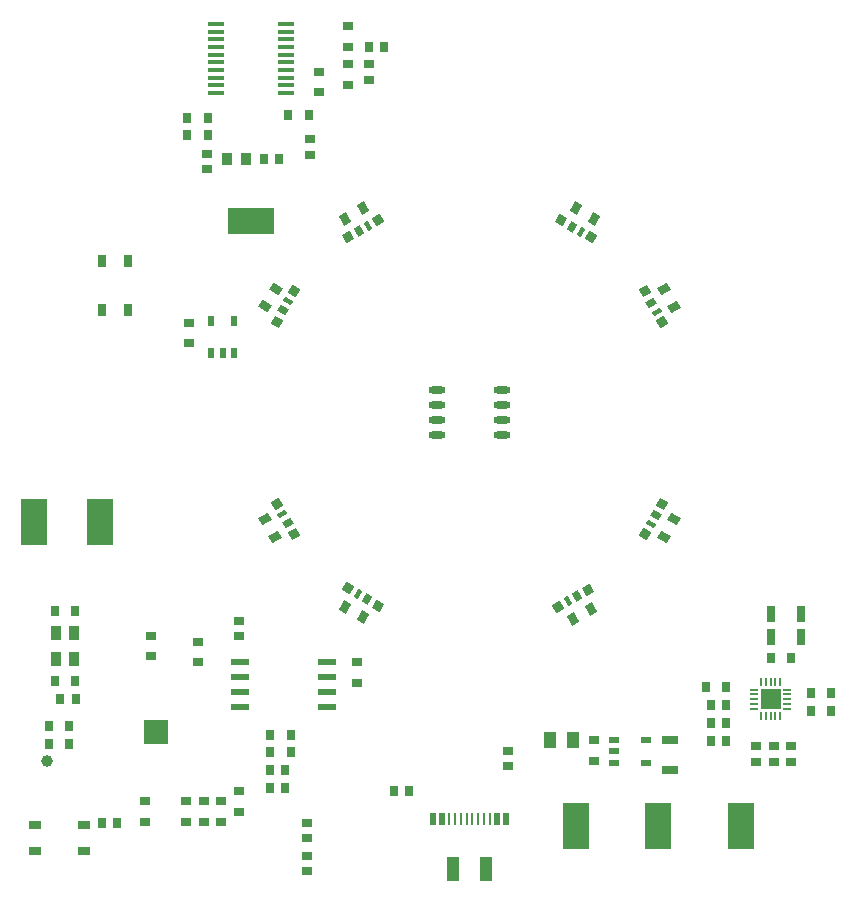
<source format=gtp>
G04*
G04 #@! TF.GenerationSoftware,Altium Limited,Altium Designer,23.2.1 (34)*
G04*
G04 Layer_Color=8421504*
%FSLAX25Y25*%
%MOIN*%
G70*
G04*
G04 #@! TF.SameCoordinates,70F68BD7-EFF2-48EA-8D55-AD0B0ECCAA1F*
G04*
G04*
G04 #@! TF.FilePolarity,Positive*
G04*
G01*
G75*
%ADD18R,0.04134X0.02559*%
%ADD19R,0.03937X0.07874*%
%ADD20R,0.01063X0.03937*%
%ADD21R,0.02047X0.03937*%
G04:AMPARAMS|DCode=22|XSize=29.53mil|YSize=31.5mil|CornerRadius=0mil|HoleSize=0mil|Usage=FLASHONLY|Rotation=120.000|XOffset=0mil|YOffset=0mil|HoleType=Round|Shape=Rectangle|*
%AMROTATEDRECTD22*
4,1,4,0.02102,-0.00491,-0.00626,-0.02066,-0.02102,0.00491,0.00626,0.02066,0.02102,-0.00491,0.0*
%
%ADD22ROTATEDRECTD22*%

G04:AMPARAMS|DCode=23|XSize=23.62mil|YSize=31.5mil|CornerRadius=0mil|HoleSize=0mil|Usage=FLASHONLY|Rotation=120.000|XOffset=0mil|YOffset=0mil|HoleType=Round|Shape=Rectangle|*
%AMROTATEDRECTD23*
4,1,4,0.01954,-0.00236,-0.00773,-0.01810,-0.01954,0.00236,0.00773,0.01810,0.01954,-0.00236,0.0*
%
%ADD23ROTATEDRECTD23*%

G04:AMPARAMS|DCode=24|XSize=15.75mil|YSize=31.5mil|CornerRadius=0mil|HoleSize=0mil|Usage=FLASHONLY|Rotation=120.000|XOffset=0mil|YOffset=0mil|HoleType=Round|Shape=Rectangle|*
%AMROTATEDRECTD24*
4,1,4,0.01758,0.00105,-0.00970,-0.01469,-0.01758,-0.00105,0.00970,0.01469,0.01758,0.00105,0.0*
%
%ADD24ROTATEDRECTD24*%

%ADD25P,0.04454X4X165.0*%
G04:AMPARAMS|DCode=26|XSize=37.4mil|YSize=27.56mil|CornerRadius=0mil|HoleSize=0mil|Usage=FLASHONLY|Rotation=210.000|XOffset=0mil|YOffset=0mil|HoleType=Round|Shape=Rectangle|*
%AMROTATEDRECTD26*
4,1,4,0.00931,0.02128,0.02309,-0.00258,-0.00931,-0.02128,-0.02309,0.00258,0.00931,0.02128,0.0*
%
%ADD26ROTATEDRECTD26*%

%ADD27R,0.08858X0.15748*%
%ADD28R,0.03150X0.03347*%
%ADD29R,0.03347X0.03150*%
%ADD30R,0.05956X0.02097*%
%ADD31R,0.02559X0.04134*%
%ADD32R,0.03740X0.02756*%
%ADD33C,0.03937*%
%ADD34R,0.02756X0.03740*%
%ADD35R,0.07874X0.07874*%
%ADD36R,0.03130X0.00472*%
%ADD37R,0.00472X0.03130*%
%ADD38R,0.03740X0.04724*%
%ADD39R,0.02953X0.05709*%
%ADD40O,0.05709X0.02362*%
G04:AMPARAMS|DCode=41|XSize=37.4mil|YSize=27.56mil|CornerRadius=0mil|HoleSize=0mil|Usage=FLASHONLY|Rotation=147.875|XOffset=0mil|YOffset=0mil|HoleType=Round|Shape=Rectangle|*
%AMROTATEDRECTD41*
4,1,4,0.02317,0.00173,0.00851,-0.02161,-0.02317,-0.00173,-0.00851,0.02161,0.02317,0.00173,0.0*
%
%ADD41ROTATEDRECTD41*%

%ADD42P,0.04454X4X105.0*%
G04:AMPARAMS|DCode=43|XSize=15.75mil|YSize=31.5mil|CornerRadius=0mil|HoleSize=0mil|Usage=FLASHONLY|Rotation=60.000|XOffset=0mil|YOffset=0mil|HoleType=Round|Shape=Rectangle|*
%AMROTATEDRECTD43*
4,1,4,0.00970,-0.01469,-0.01758,0.00105,-0.00970,0.01469,0.01758,-0.00105,0.00970,-0.01469,0.0*
%
%ADD43ROTATEDRECTD43*%

G04:AMPARAMS|DCode=44|XSize=23.62mil|YSize=31.5mil|CornerRadius=0mil|HoleSize=0mil|Usage=FLASHONLY|Rotation=60.000|XOffset=0mil|YOffset=0mil|HoleType=Round|Shape=Rectangle|*
%AMROTATEDRECTD44*
4,1,4,0.00773,-0.01810,-0.01954,-0.00236,-0.00773,0.01810,0.01954,0.00236,0.00773,-0.01810,0.0*
%
%ADD44ROTATEDRECTD44*%

G04:AMPARAMS|DCode=45|XSize=29.53mil|YSize=31.5mil|CornerRadius=0mil|HoleSize=0mil|Usage=FLASHONLY|Rotation=60.000|XOffset=0mil|YOffset=0mil|HoleType=Round|Shape=Rectangle|*
%AMROTATEDRECTD45*
4,1,4,0.00626,-0.02066,-0.02102,-0.00491,-0.00626,0.02066,0.02102,0.00491,0.00626,-0.02066,0.0*
%
%ADD45ROTATEDRECTD45*%

%ADD46R,0.02362X0.03543*%
%ADD47P,0.04454X4X195.0*%
G04:AMPARAMS|DCode=48|XSize=15.75mil|YSize=31.5mil|CornerRadius=0mil|HoleSize=0mil|Usage=FLASHONLY|Rotation=150.000|XOffset=0mil|YOffset=0mil|HoleType=Round|Shape=Rectangle|*
%AMROTATEDRECTD48*
4,1,4,0.01469,0.00970,-0.00105,-0.01758,-0.01469,-0.00970,0.00105,0.01758,0.01469,0.00970,0.0*
%
%ADD48ROTATEDRECTD48*%

G04:AMPARAMS|DCode=49|XSize=23.62mil|YSize=31.5mil|CornerRadius=0mil|HoleSize=0mil|Usage=FLASHONLY|Rotation=150.000|XOffset=0mil|YOffset=0mil|HoleType=Round|Shape=Rectangle|*
%AMROTATEDRECTD49*
4,1,4,0.01810,0.00773,0.00236,-0.01954,-0.01810,-0.00773,-0.00236,0.01954,0.01810,0.00773,0.0*
%
%ADD49ROTATEDRECTD49*%

G04:AMPARAMS|DCode=50|XSize=29.53mil|YSize=31.5mil|CornerRadius=0mil|HoleSize=0mil|Usage=FLASHONLY|Rotation=150.000|XOffset=0mil|YOffset=0mil|HoleType=Round|Shape=Rectangle|*
%AMROTATEDRECTD50*
4,1,4,0.02066,0.00626,0.00491,-0.02102,-0.02066,-0.00626,-0.00491,0.02102,0.02066,0.00626,0.0*
%
%ADD50ROTATEDRECTD50*%

%ADD51P,0.04454X4X255.0*%
G04:AMPARAMS|DCode=52|XSize=15.75mil|YSize=31.5mil|CornerRadius=0mil|HoleSize=0mil|Usage=FLASHONLY|Rotation=210.000|XOffset=0mil|YOffset=0mil|HoleType=Round|Shape=Rectangle|*
%AMROTATEDRECTD52*
4,1,4,-0.00105,0.01758,0.01469,-0.00970,0.00105,-0.01758,-0.01469,0.00970,-0.00105,0.01758,0.0*
%
%ADD52ROTATEDRECTD52*%

G04:AMPARAMS|DCode=53|XSize=23.62mil|YSize=31.5mil|CornerRadius=0mil|HoleSize=0mil|Usage=FLASHONLY|Rotation=210.000|XOffset=0mil|YOffset=0mil|HoleType=Round|Shape=Rectangle|*
%AMROTATEDRECTD53*
4,1,4,0.00236,0.01954,0.01810,-0.00773,-0.00236,-0.01954,-0.01810,0.00773,0.00236,0.01954,0.0*
%
%ADD53ROTATEDRECTD53*%

G04:AMPARAMS|DCode=54|XSize=29.53mil|YSize=31.5mil|CornerRadius=0mil|HoleSize=0mil|Usage=FLASHONLY|Rotation=210.000|XOffset=0mil|YOffset=0mil|HoleType=Round|Shape=Rectangle|*
%AMROTATEDRECTD54*
4,1,4,0.00491,0.02102,0.02066,-0.00626,-0.00491,-0.02102,-0.02066,0.00626,0.00491,0.02102,0.0*
%
%ADD54ROTATEDRECTD54*%

%ADD55R,0.03425X0.03858*%
%ADD56R,0.05709X0.01772*%
G04:AMPARAMS|DCode=57|XSize=37.4mil|YSize=27.56mil|CornerRadius=0mil|HoleSize=0mil|Usage=FLASHONLY|Rotation=240.000|XOffset=0mil|YOffset=0mil|HoleType=Round|Shape=Rectangle|*
%AMROTATEDRECTD57*
4,1,4,-0.00258,0.02309,0.02128,0.00931,0.00258,-0.02309,-0.02128,-0.00931,-0.00258,0.02309,0.0*
%
%ADD57ROTATEDRECTD57*%

G04:AMPARAMS|DCode=58|XSize=37.4mil|YSize=27.56mil|CornerRadius=0mil|HoleSize=0mil|Usage=FLASHONLY|Rotation=300.000|XOffset=0mil|YOffset=0mil|HoleType=Round|Shape=Rectangle|*
%AMROTATEDRECTD58*
4,1,4,-0.02128,0.00931,0.00258,0.02309,0.02128,-0.00931,-0.00258,-0.02309,-0.02128,0.00931,0.0*
%
%ADD58ROTATEDRECTD58*%

G04:AMPARAMS|DCode=59|XSize=37.4mil|YSize=27.56mil|CornerRadius=0mil|HoleSize=0mil|Usage=FLASHONLY|Rotation=330.000|XOffset=0mil|YOffset=0mil|HoleType=Round|Shape=Rectangle|*
%AMROTATEDRECTD59*
4,1,4,-0.02309,-0.00258,-0.00931,0.02128,0.02309,0.00258,0.00931,-0.02128,-0.02309,-0.00258,0.0*
%
%ADD59ROTATEDRECTD59*%

%ADD60R,0.06693X0.06693*%
%ADD61R,0.00787X0.03150*%
%ADD62R,0.03150X0.00787*%
%ADD63R,0.03937X0.05512*%
%ADD64R,0.15748X0.08858*%
%ADD65R,0.03543X0.02362*%
%ADD66R,0.05709X0.02953*%
D18*
X-128642Y-145965D02*
D03*
Y-137500D02*
D03*
X-144980Y-145965D02*
D03*
Y-137500D02*
D03*
D19*
X5512Y-151969D02*
D03*
X-5512D02*
D03*
D20*
X4921Y-135433D02*
D03*
X2953D02*
D03*
X984D02*
D03*
X-984D02*
D03*
X-2953D02*
D03*
X-4921D02*
D03*
X6890D02*
D03*
X-6890D02*
D03*
D21*
X9252D02*
D03*
X-9252D02*
D03*
X12205D02*
D03*
X-12205D02*
D03*
D22*
X-58434Y-40522D02*
D03*
X58434Y40522D02*
D03*
D23*
X-60648Y-36686D02*
D03*
X60648Y36686D02*
D03*
D24*
X-62381Y-33686D02*
D03*
X62381Y33686D02*
D03*
D25*
X-64310Y-30344D02*
D03*
X64310Y30344D02*
D03*
D26*
X-64764Y-41369D02*
D03*
X-68209Y-35402D02*
D03*
X68209Y35402D02*
D03*
X64764Y41369D02*
D03*
D27*
X-123031Y-36417D02*
D03*
X-145272Y-36362D02*
D03*
X90551Y-137795D02*
D03*
X35433D02*
D03*
X62992D02*
D03*
D28*
X-66535Y-125000D02*
D03*
X-61417D02*
D03*
X-66535Y-119095D02*
D03*
X-61417D02*
D03*
X-131299Y-95473D02*
D03*
X-136417D02*
D03*
X-117520Y-136811D02*
D03*
X-122638D02*
D03*
X-63386Y84646D02*
D03*
X-68504D02*
D03*
X-28346Y122047D02*
D03*
X-33465D02*
D03*
X80512Y-109252D02*
D03*
X85630D02*
D03*
X80512Y-103347D02*
D03*
X85630D02*
D03*
X80512Y-97441D02*
D03*
X85630D02*
D03*
X-25197Y-125984D02*
D03*
X-20079D02*
D03*
D29*
X-76772Y-69291D02*
D03*
Y-74409D02*
D03*
X101378Y-116339D02*
D03*
Y-111221D02*
D03*
X107283Y-116339D02*
D03*
Y-111221D02*
D03*
X95473Y-116339D02*
D03*
Y-111221D02*
D03*
X-87598Y86221D02*
D03*
Y81102D02*
D03*
X-33465Y116142D02*
D03*
Y111024D02*
D03*
X-53150Y91142D02*
D03*
Y86024D02*
D03*
X12795Y-112598D02*
D03*
Y-117717D02*
D03*
X-54134Y-136614D02*
D03*
Y-141732D02*
D03*
Y-152756D02*
D03*
Y-147638D02*
D03*
D30*
X-47658Y-83051D02*
D03*
Y-88051D02*
D03*
Y-93051D02*
D03*
Y-98051D02*
D03*
X-76358D02*
D03*
Y-93051D02*
D03*
Y-88051D02*
D03*
Y-83051D02*
D03*
D31*
X-113878Y50492D02*
D03*
X-122343D02*
D03*
X-113878Y34154D02*
D03*
X-122343D02*
D03*
D32*
X-37402Y-90059D02*
D03*
Y-83169D02*
D03*
X-88583Y-129429D02*
D03*
Y-136319D02*
D03*
X-76772Y-132972D02*
D03*
Y-126083D02*
D03*
X-82677Y-129429D02*
D03*
Y-136319D02*
D03*
X-94488Y-129429D02*
D03*
Y-136319D02*
D03*
X-90551Y-83169D02*
D03*
Y-76279D02*
D03*
X-108268Y-136319D02*
D03*
Y-129429D02*
D03*
X-106299Y-81201D02*
D03*
Y-74311D02*
D03*
X-93504Y30020D02*
D03*
Y23130D02*
D03*
X-50197Y106791D02*
D03*
Y113681D02*
D03*
X-40354Y128937D02*
D03*
Y122047D02*
D03*
Y109252D02*
D03*
Y116142D02*
D03*
X41339Y-116043D02*
D03*
Y-109153D02*
D03*
D33*
X-140748Y-116142D02*
D03*
D34*
X-66437Y-113189D02*
D03*
X-59547D02*
D03*
X-66437Y-107283D02*
D03*
X-59547D02*
D03*
X-138287Y-89567D02*
D03*
X-131398D02*
D03*
Y-65945D02*
D03*
X-138287D02*
D03*
X-133366Y-104331D02*
D03*
X-140256D02*
D03*
X-133366Y-110236D02*
D03*
X-140256D02*
D03*
X107283Y-81693D02*
D03*
X100394D02*
D03*
X85630Y-91535D02*
D03*
X78740D02*
D03*
X-53642Y99410D02*
D03*
X-60532D02*
D03*
X-87106Y98425D02*
D03*
X-93996D02*
D03*
Y92520D02*
D03*
X-87106D02*
D03*
X120571Y-93504D02*
D03*
X113681D02*
D03*
X120571Y-99410D02*
D03*
X113681D02*
D03*
D35*
X-104331Y-106299D02*
D03*
D36*
X-89075Y-116535D02*
D03*
Y-114961D02*
D03*
Y-113386D02*
D03*
Y-111811D02*
D03*
Y-110236D02*
D03*
X-119587Y-116535D02*
D03*
Y-114961D02*
D03*
Y-113386D02*
D03*
Y-111811D02*
D03*
Y-110236D02*
D03*
Y-108661D02*
D03*
X-89075Y-108661D02*
D03*
Y-107087D02*
D03*
Y-105512D02*
D03*
Y-103937D02*
D03*
Y-102362D02*
D03*
Y-100787D02*
D03*
Y-99213D02*
D03*
Y-97638D02*
D03*
Y-96063D02*
D03*
X-119587Y-107087D02*
D03*
Y-105512D02*
D03*
Y-102362D02*
D03*
Y-100787D02*
D03*
Y-99213D02*
D03*
Y-97638D02*
D03*
Y-96063D02*
D03*
Y-103937D02*
D03*
D37*
X-94095Y-121555D02*
D03*
X-95669D02*
D03*
X-97244D02*
D03*
X-98819D02*
D03*
X-100394D02*
D03*
X-101969D02*
D03*
X-103543D02*
D03*
X-105118D02*
D03*
X-106693D02*
D03*
X-108268D02*
D03*
X-109843D02*
D03*
X-111417D02*
D03*
X-112992D02*
D03*
X-114567D02*
D03*
X-94095Y-91043D02*
D03*
X-95669D02*
D03*
X-97244D02*
D03*
X-98819D02*
D03*
X-100394D02*
D03*
X-101969D02*
D03*
X-103543D02*
D03*
X-105118D02*
D03*
X-106693D02*
D03*
X-108268D02*
D03*
X-109843D02*
D03*
X-111417D02*
D03*
X-112992D02*
D03*
X-114567D02*
D03*
D38*
X-137992Y-82087D02*
D03*
Y-73425D02*
D03*
X-131693D02*
D03*
Y-82087D02*
D03*
D39*
X100394Y-66929D02*
D03*
X110433D02*
D03*
X100394Y-74803D02*
D03*
X110433D02*
D03*
D40*
X-10728Y7500D02*
D03*
Y2500D02*
D03*
Y-2500D02*
D03*
Y-7500D02*
D03*
X10728Y7500D02*
D03*
Y2500D02*
D03*
Y-2500D02*
D03*
Y-7500D02*
D03*
D41*
X-68318Y35468D02*
D03*
X-64654Y41303D02*
D03*
D42*
X-58434Y40522D02*
D03*
X58434Y-40522D02*
D03*
D43*
X-60363Y37180D02*
D03*
X60363Y-37180D02*
D03*
D44*
X-62095Y34180D02*
D03*
X62095Y-34180D02*
D03*
D45*
X-64310Y30344D02*
D03*
X64310Y-30344D02*
D03*
D46*
X-86024Y19882D02*
D03*
X-82284D02*
D03*
X-78544D02*
D03*
Y30512D02*
D03*
X-86024D02*
D03*
D47*
X-40522Y-58434D02*
D03*
X40522Y58434D02*
D03*
D48*
X-37180Y-60363D02*
D03*
X37180Y60363D02*
D03*
D49*
X-34180Y-62095D02*
D03*
X34180Y62095D02*
D03*
D50*
X-30344Y-64310D02*
D03*
X30344Y64310D02*
D03*
D51*
X29492Y-64802D02*
D03*
X-30344Y64310D02*
D03*
D52*
X32833Y-62873D02*
D03*
X-33686Y62381D02*
D03*
D53*
X35834Y-61141D02*
D03*
X-36686Y60648D02*
D03*
D54*
X39669Y-58926D02*
D03*
X-40522Y58434D02*
D03*
D55*
X-74528Y84646D02*
D03*
X-80984D02*
D03*
D56*
X-61221Y106595D02*
D03*
Y109153D02*
D03*
Y111713D02*
D03*
Y114272D02*
D03*
Y116831D02*
D03*
Y119390D02*
D03*
Y121949D02*
D03*
Y124508D02*
D03*
Y127067D02*
D03*
Y129626D02*
D03*
X-84449Y106595D02*
D03*
Y109153D02*
D03*
Y111713D02*
D03*
Y114272D02*
D03*
Y116831D02*
D03*
Y119390D02*
D03*
Y121949D02*
D03*
Y124508D02*
D03*
Y127067D02*
D03*
Y129626D02*
D03*
D57*
X-41369Y-64764D02*
D03*
X-35402Y-68209D02*
D03*
X41369Y64764D02*
D03*
X35402Y68209D02*
D03*
D58*
X34550Y-68701D02*
D03*
X40517Y-65256D02*
D03*
X-35402Y68209D02*
D03*
X-41369Y64764D02*
D03*
D59*
X64764Y-41369D02*
D03*
X68209Y-35402D02*
D03*
D60*
X100394Y-95472D02*
D03*
D61*
X97244Y-89862D02*
D03*
X98819D02*
D03*
X100394D02*
D03*
X101969D02*
D03*
X103543D02*
D03*
Y-101083D02*
D03*
X101969D02*
D03*
X100394D02*
D03*
X98819D02*
D03*
X97244D02*
D03*
D62*
X106004Y-92323D02*
D03*
Y-93898D02*
D03*
Y-95472D02*
D03*
Y-97047D02*
D03*
Y-98622D02*
D03*
X94784D02*
D03*
Y-97047D02*
D03*
Y-95472D02*
D03*
Y-93898D02*
D03*
Y-92323D02*
D03*
D63*
X26969Y-109153D02*
D03*
X34449D02*
D03*
D64*
X-72835Y63976D02*
D03*
D65*
X58858Y-109153D02*
D03*
Y-116634D02*
D03*
X48228D02*
D03*
Y-112894D02*
D03*
Y-109153D02*
D03*
D66*
X66929D02*
D03*
Y-119193D02*
D03*
M02*

</source>
